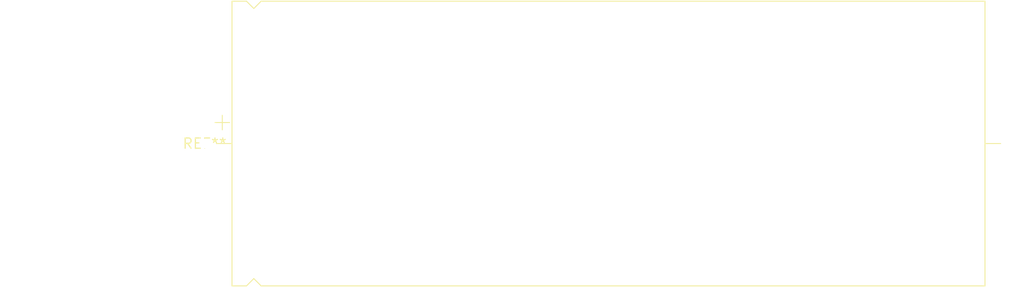
<source format=kicad_pcb>
(kicad_pcb (version 20240108) (generator pcbnew)
  (layers (0 "F.Cu" signal) (31 "B.Cu" signal) (34 "B.Paste" user) (35 "F.Paste" user) (36 "B.SilkS" user "B.Silkscreen") (37 "F.SilkS" user "F.Silkscreen") (38 "B.Mask" user) (39 "F.Mask" user) (44 "Edge.Cuts" user))
  (net 0 "")
  (footprint "CP_Axial_L93.0mm_D35.0mm_P100.00mm_Horizontal" (layer "F.Cu") (at 0 0)
    (property "Reference" "REF**")
    (property "Value" "CP_Axial_L93.0mm_D35.0mm_P100.00mm_Horizontal")
    (fp_line (start 1.28 -2.6) (end 3.08 -2.6) (layer "F.SilkS") (stroke (width 0.12)))
    (fp_line (start 1.44 0) (end 3.38 0) (layer "F.SilkS") (stroke (width 0.12)))
    (fp_line (start 2.18 -3.5) (end 2.18 -1.7) (layer "F.SilkS") (stroke (width 0.12)))
    (fp_line (start 3.38 -17.62) (end 3.38 17.62) (layer "F.SilkS") (stroke (width 0.12)))
    (fp_line (start 3.38 -17.62) (end 5.18 -17.62) (layer "F.SilkS") (stroke (width 0.12)))
    (fp_line (start 3.38 17.62) (end 5.18 17.62) (layer "F.SilkS") (stroke (width 0.12)))
    (fp_line (start 5.18 -17.62) (end 6.08 -16.72) (layer "F.SilkS") (stroke (width 0.12)))
    (fp_line (start 5.18 17.62) (end 6.08 16.72) (layer "F.SilkS") (stroke (width 0.12)))
    (fp_line (start 6.08 -16.72) (end 6.98 -17.62) (layer "F.SilkS") (stroke (width 0.12)))
    (fp_line (start 6.08 16.72) (end 6.98 17.62) (layer "F.SilkS") (stroke (width 0.12)))
    (fp_line (start 6.98 -17.62) (end 96.62 -17.62) (layer "F.SilkS") (stroke (width 0.12)))
    (fp_line (start 6.98 17.62) (end 96.62 17.62) (layer "F.SilkS") (stroke (width 0.12)))
    (fp_line (start 96.62 -17.62) (end 96.62 17.62) (layer "F.SilkS") (stroke (width 0.12)))
    (fp_line (start 98.56 0) (end 96.62 0) (layer "F.SilkS") (stroke (width 0.12)))
    (pad "1" thru_hole rect (at 0 0) (size 2.4 2.4) (drill 1.2) (layers *.Cu *.Mask) (remove_unused_layers))
    (pad "2" thru_hole oval (at 100 0) (size 2.4 2.4) (drill 1.2) (layers *.Cu *.Mask) (remove_unused_layers))
  )
)
</source>
